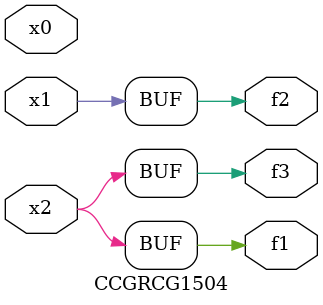
<source format=v>
module CCGRCG1504(
	input x0, x1, x2,
	output f1, f2, f3
);
	assign f1 = x2;
	assign f2 = x1;
	assign f3 = x2;
endmodule

</source>
